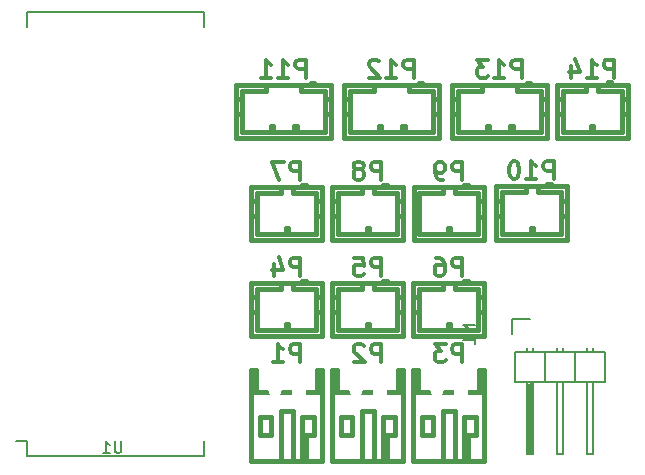
<source format=gbo>
G04 #@! TF.FileFunction,Legend,Bot*
%FSLAX46Y46*%
G04 Gerber Fmt 4.6, Leading zero omitted, Abs format (unit mm)*
G04 Created by KiCad (PCBNEW 4.0.1-stable) date 2016/05/21 17:47:10*
%MOMM*%
G01*
G04 APERTURE LIST*
%ADD10C,0.100000*%
%ADD11C,0.150000*%
%ADD12C,0.381000*%
%ADD13C,0.304800*%
%ADD14C,5.080000*%
%ADD15R,2.032000X1.727200*%
%ADD16O,2.032000X1.727200*%
%ADD17R,1.727200X2.032000*%
%ADD18O,1.727200X2.032000*%
%ADD19R,1.198880X1.699260*%
%ADD20O,1.198880X1.699260*%
%ADD21O,1.600000X1.600000*%
G04 APERTURE END LIST*
D10*
D11*
X140217560Y-78552520D02*
X141767560Y-78552520D01*
X140217560Y-79852520D02*
X140217560Y-78552520D01*
X141640560Y-84043520D02*
X141640560Y-89885520D01*
X141640560Y-89885520D02*
X141894560Y-89885520D01*
X141894560Y-89885520D02*
X141894560Y-84043520D01*
X141894560Y-84043520D02*
X141767560Y-84043520D01*
X141767560Y-84043520D02*
X141767560Y-89885520D01*
X141513560Y-81376520D02*
X141513560Y-80995520D01*
X142021560Y-81376520D02*
X142021560Y-80995520D01*
X144053560Y-81376520D02*
X144053560Y-80995520D01*
X144561560Y-81376520D02*
X144561560Y-80995520D01*
X146593560Y-81376520D02*
X146593560Y-80995520D01*
X147101560Y-81376520D02*
X147101560Y-80995520D01*
X143037560Y-83916520D02*
X140497560Y-83916520D01*
X142021560Y-90012520D02*
X142021560Y-83916520D01*
X141513560Y-90012520D02*
X142021560Y-90012520D01*
X141513560Y-83916520D02*
X141513560Y-90012520D01*
X143037560Y-81376520D02*
X143037560Y-83916520D01*
X140497560Y-81376520D02*
X143037560Y-81376520D01*
X140497560Y-81376520D02*
X140497560Y-83916520D01*
X145577560Y-81376520D02*
X145577560Y-83916520D01*
X145577560Y-81376520D02*
X148117560Y-81376520D01*
X146593560Y-83916520D02*
X146593560Y-90012520D01*
X146593560Y-90012520D02*
X147101560Y-90012520D01*
X147101560Y-90012520D02*
X147101560Y-83916520D01*
X148117560Y-83916520D02*
X145577560Y-83916520D01*
X145577560Y-83916520D02*
X143037560Y-83916520D01*
X144561560Y-90012520D02*
X144561560Y-83916520D01*
X144053560Y-90012520D02*
X144561560Y-90012520D01*
X144053560Y-83916520D02*
X144053560Y-90012520D01*
X145577560Y-81376520D02*
X145577560Y-83916520D01*
X143037560Y-81376520D02*
X145577560Y-81376520D01*
X143037560Y-81376520D02*
X143037560Y-83916520D01*
X148117560Y-81376520D02*
X148117560Y-83916520D01*
D12*
X122458480Y-88427560D02*
X122458480Y-90627200D01*
X122458480Y-90627200D02*
X122758200Y-90627200D01*
X122758200Y-90627200D02*
X122758200Y-88427560D01*
X120657620Y-86326980D02*
X120657620Y-90627200D01*
X121658380Y-86326980D02*
X121658380Y-90627200D01*
X120657620Y-86326980D02*
X121658380Y-86326980D01*
X119860060Y-88427560D02*
X119860060Y-86827360D01*
X118859300Y-88427560D02*
X119860060Y-88427560D01*
X118859300Y-86827360D02*
X118859300Y-88427560D01*
X119860060Y-86827360D02*
X118859300Y-86827360D01*
X123459240Y-86827360D02*
X122458480Y-86827360D01*
X122458480Y-86827360D02*
X122458480Y-88427560D01*
X122458480Y-88427560D02*
X123459240Y-88427560D01*
X123459240Y-88427560D02*
X123459240Y-86827360D01*
X118158260Y-84726780D02*
X124157740Y-84726780D01*
X118358920Y-82928460D02*
X118358920Y-84726780D01*
X123957080Y-82928460D02*
X123957080Y-84726780D01*
X124157740Y-90627200D02*
X118158260Y-90627200D01*
X118158260Y-90627200D02*
X118158260Y-82928460D01*
X118158260Y-82928460D02*
X118557040Y-82928460D01*
X118557040Y-82928460D02*
X118557040Y-84726780D01*
X123758960Y-84726780D02*
X123758960Y-82928460D01*
X123758960Y-82928460D02*
X124157740Y-82928460D01*
X124157740Y-82928460D02*
X124157740Y-90627200D01*
X129316480Y-88427560D02*
X129316480Y-90627200D01*
X129316480Y-90627200D02*
X129616200Y-90627200D01*
X129616200Y-90627200D02*
X129616200Y-88427560D01*
X127515620Y-86326980D02*
X127515620Y-90627200D01*
X128516380Y-86326980D02*
X128516380Y-90627200D01*
X127515620Y-86326980D02*
X128516380Y-86326980D01*
X126718060Y-88427560D02*
X126718060Y-86827360D01*
X125717300Y-88427560D02*
X126718060Y-88427560D01*
X125717300Y-86827360D02*
X125717300Y-88427560D01*
X126718060Y-86827360D02*
X125717300Y-86827360D01*
X130317240Y-86827360D02*
X129316480Y-86827360D01*
X129316480Y-86827360D02*
X129316480Y-88427560D01*
X129316480Y-88427560D02*
X130317240Y-88427560D01*
X130317240Y-88427560D02*
X130317240Y-86827360D01*
X125016260Y-84726780D02*
X131015740Y-84726780D01*
X125216920Y-82928460D02*
X125216920Y-84726780D01*
X130815080Y-82928460D02*
X130815080Y-84726780D01*
X131015740Y-90627200D02*
X125016260Y-90627200D01*
X125016260Y-90627200D02*
X125016260Y-82928460D01*
X125016260Y-82928460D02*
X125415040Y-82928460D01*
X125415040Y-82928460D02*
X125415040Y-84726780D01*
X130616960Y-84726780D02*
X130616960Y-82928460D01*
X130616960Y-82928460D02*
X131015740Y-82928460D01*
X131015740Y-82928460D02*
X131015740Y-90627200D01*
X136174480Y-88427560D02*
X136174480Y-90627200D01*
X136174480Y-90627200D02*
X136474200Y-90627200D01*
X136474200Y-90627200D02*
X136474200Y-88427560D01*
X134373620Y-86326980D02*
X134373620Y-90627200D01*
X135374380Y-86326980D02*
X135374380Y-90627200D01*
X134373620Y-86326980D02*
X135374380Y-86326980D01*
X133576060Y-88427560D02*
X133576060Y-86827360D01*
X132575300Y-88427560D02*
X133576060Y-88427560D01*
X132575300Y-86827360D02*
X132575300Y-88427560D01*
X133576060Y-86827360D02*
X132575300Y-86827360D01*
X137175240Y-86827360D02*
X136174480Y-86827360D01*
X136174480Y-86827360D02*
X136174480Y-88427560D01*
X136174480Y-88427560D02*
X137175240Y-88427560D01*
X137175240Y-88427560D02*
X137175240Y-86827360D01*
X131874260Y-84726780D02*
X137873740Y-84726780D01*
X132074920Y-82928460D02*
X132074920Y-84726780D01*
X137673080Y-82928460D02*
X137673080Y-84726780D01*
X137873740Y-90627200D02*
X131874260Y-90627200D01*
X131874260Y-90627200D02*
X131874260Y-82928460D01*
X131874260Y-82928460D02*
X132273040Y-82928460D01*
X132273040Y-82928460D02*
X132273040Y-84726780D01*
X137474960Y-84726780D02*
X137474960Y-82928460D01*
X137474960Y-82928460D02*
X137873740Y-82928460D01*
X137873740Y-82928460D02*
X137873740Y-90627200D01*
D11*
X99195000Y-90179000D02*
X99195000Y-88909000D01*
X114165000Y-90179000D02*
X114165000Y-88909000D01*
X114165000Y-52569000D02*
X114165000Y-53839000D01*
X99195000Y-52569000D02*
X99195000Y-53839000D01*
X99195000Y-90179000D02*
X114165000Y-90179000D01*
X99195000Y-52569000D02*
X114165000Y-52569000D01*
X99195000Y-88909000D02*
X98260000Y-88909000D01*
D12*
X121257060Y-79517240D02*
X121257060Y-79016860D01*
X121257060Y-79016860D02*
X121058940Y-79016860D01*
X121058940Y-79016860D02*
X121058940Y-79517240D01*
X118158260Y-76715620D02*
X118658640Y-76715620D01*
X118658640Y-78016100D02*
X118158260Y-78016100D01*
X123657360Y-78016100D02*
X124157740Y-78016100D01*
X123657360Y-76715620D02*
X124157740Y-76715620D01*
X121658380Y-75516740D02*
X121658380Y-76017120D01*
X121658380Y-76017120D02*
X123657360Y-76017120D01*
X123657360Y-76017120D02*
X123657360Y-79517240D01*
X123657360Y-79517240D02*
X118658640Y-79517240D01*
X118658640Y-79517240D02*
X118658640Y-76017120D01*
X118658640Y-76017120D02*
X120657620Y-76017120D01*
X120657620Y-76017120D02*
X120657620Y-75516740D01*
X124157740Y-75516740D02*
X124157740Y-80015080D01*
X118158260Y-75516740D02*
X118158260Y-80015080D01*
X122458480Y-75516740D02*
X122458480Y-75316080D01*
X122458480Y-75316080D02*
X122758200Y-75316080D01*
X122758200Y-75316080D02*
X122758200Y-75516740D01*
X118158260Y-75516740D02*
X124157740Y-75516740D01*
X124157740Y-80015080D02*
X118158260Y-80015080D01*
X128115060Y-79517240D02*
X128115060Y-79016860D01*
X128115060Y-79016860D02*
X127916940Y-79016860D01*
X127916940Y-79016860D02*
X127916940Y-79517240D01*
X125016260Y-76715620D02*
X125516640Y-76715620D01*
X125516640Y-78016100D02*
X125016260Y-78016100D01*
X130515360Y-78016100D02*
X131015740Y-78016100D01*
X130515360Y-76715620D02*
X131015740Y-76715620D01*
X128516380Y-75516740D02*
X128516380Y-76017120D01*
X128516380Y-76017120D02*
X130515360Y-76017120D01*
X130515360Y-76017120D02*
X130515360Y-79517240D01*
X130515360Y-79517240D02*
X125516640Y-79517240D01*
X125516640Y-79517240D02*
X125516640Y-76017120D01*
X125516640Y-76017120D02*
X127515620Y-76017120D01*
X127515620Y-76017120D02*
X127515620Y-75516740D01*
X131015740Y-75516740D02*
X131015740Y-80015080D01*
X125016260Y-75516740D02*
X125016260Y-80015080D01*
X129316480Y-75516740D02*
X129316480Y-75316080D01*
X129316480Y-75316080D02*
X129616200Y-75316080D01*
X129616200Y-75316080D02*
X129616200Y-75516740D01*
X125016260Y-75516740D02*
X131015740Y-75516740D01*
X131015740Y-80015080D02*
X125016260Y-80015080D01*
X134973060Y-79517240D02*
X134973060Y-79016860D01*
X134973060Y-79016860D02*
X134774940Y-79016860D01*
X134774940Y-79016860D02*
X134774940Y-79517240D01*
X131874260Y-76715620D02*
X132374640Y-76715620D01*
X132374640Y-78016100D02*
X131874260Y-78016100D01*
X137373360Y-78016100D02*
X137873740Y-78016100D01*
X137373360Y-76715620D02*
X137873740Y-76715620D01*
X135374380Y-75516740D02*
X135374380Y-76017120D01*
X135374380Y-76017120D02*
X137373360Y-76017120D01*
X137373360Y-76017120D02*
X137373360Y-79517240D01*
X137373360Y-79517240D02*
X132374640Y-79517240D01*
X132374640Y-79517240D02*
X132374640Y-76017120D01*
X132374640Y-76017120D02*
X134373620Y-76017120D01*
X134373620Y-76017120D02*
X134373620Y-75516740D01*
X137873740Y-75516740D02*
X137873740Y-80015080D01*
X131874260Y-75516740D02*
X131874260Y-80015080D01*
X136174480Y-75516740D02*
X136174480Y-75316080D01*
X136174480Y-75316080D02*
X136474200Y-75316080D01*
X136474200Y-75316080D02*
X136474200Y-75516740D01*
X131874260Y-75516740D02*
X137873740Y-75516740D01*
X137873740Y-80015080D02*
X131874260Y-80015080D01*
X121257060Y-71389240D02*
X121257060Y-70888860D01*
X121257060Y-70888860D02*
X121058940Y-70888860D01*
X121058940Y-70888860D02*
X121058940Y-71389240D01*
X118158260Y-68587620D02*
X118658640Y-68587620D01*
X118658640Y-69888100D02*
X118158260Y-69888100D01*
X123657360Y-69888100D02*
X124157740Y-69888100D01*
X123657360Y-68587620D02*
X124157740Y-68587620D01*
X121658380Y-67388740D02*
X121658380Y-67889120D01*
X121658380Y-67889120D02*
X123657360Y-67889120D01*
X123657360Y-67889120D02*
X123657360Y-71389240D01*
X123657360Y-71389240D02*
X118658640Y-71389240D01*
X118658640Y-71389240D02*
X118658640Y-67889120D01*
X118658640Y-67889120D02*
X120657620Y-67889120D01*
X120657620Y-67889120D02*
X120657620Y-67388740D01*
X124157740Y-67388740D02*
X124157740Y-71887080D01*
X118158260Y-67388740D02*
X118158260Y-71887080D01*
X122458480Y-67388740D02*
X122458480Y-67188080D01*
X122458480Y-67188080D02*
X122758200Y-67188080D01*
X122758200Y-67188080D02*
X122758200Y-67388740D01*
X118158260Y-67388740D02*
X124157740Y-67388740D01*
X124157740Y-71887080D02*
X118158260Y-71887080D01*
X128115060Y-71389240D02*
X128115060Y-70888860D01*
X128115060Y-70888860D02*
X127916940Y-70888860D01*
X127916940Y-70888860D02*
X127916940Y-71389240D01*
X125016260Y-68587620D02*
X125516640Y-68587620D01*
X125516640Y-69888100D02*
X125016260Y-69888100D01*
X130515360Y-69888100D02*
X131015740Y-69888100D01*
X130515360Y-68587620D02*
X131015740Y-68587620D01*
X128516380Y-67388740D02*
X128516380Y-67889120D01*
X128516380Y-67889120D02*
X130515360Y-67889120D01*
X130515360Y-67889120D02*
X130515360Y-71389240D01*
X130515360Y-71389240D02*
X125516640Y-71389240D01*
X125516640Y-71389240D02*
X125516640Y-67889120D01*
X125516640Y-67889120D02*
X127515620Y-67889120D01*
X127515620Y-67889120D02*
X127515620Y-67388740D01*
X131015740Y-67388740D02*
X131015740Y-71887080D01*
X125016260Y-67388740D02*
X125016260Y-71887080D01*
X129316480Y-67388740D02*
X129316480Y-67188080D01*
X129316480Y-67188080D02*
X129616200Y-67188080D01*
X129616200Y-67188080D02*
X129616200Y-67388740D01*
X125016260Y-67388740D02*
X131015740Y-67388740D01*
X131015740Y-71887080D02*
X125016260Y-71887080D01*
X134993380Y-71396860D02*
X134993380Y-70896480D01*
X134993380Y-70896480D02*
X134795260Y-70896480D01*
X134795260Y-70896480D02*
X134795260Y-71396860D01*
X131894580Y-68595240D02*
X132394960Y-68595240D01*
X132394960Y-69895720D02*
X131894580Y-69895720D01*
X137393680Y-69895720D02*
X137894060Y-69895720D01*
X137393680Y-68595240D02*
X137894060Y-68595240D01*
X135394700Y-67396360D02*
X135394700Y-67896740D01*
X135394700Y-67896740D02*
X137393680Y-67896740D01*
X137393680Y-67896740D02*
X137393680Y-71396860D01*
X137393680Y-71396860D02*
X132394960Y-71396860D01*
X132394960Y-71396860D02*
X132394960Y-67896740D01*
X132394960Y-67896740D02*
X134393940Y-67896740D01*
X134393940Y-67896740D02*
X134393940Y-67396360D01*
X137894060Y-67396360D02*
X137894060Y-71894700D01*
X131894580Y-67396360D02*
X131894580Y-71894700D01*
X136194800Y-67396360D02*
X136194800Y-67195700D01*
X136194800Y-67195700D02*
X136494520Y-67195700D01*
X136494520Y-67195700D02*
X136494520Y-67396360D01*
X131894580Y-67396360D02*
X137894060Y-67396360D01*
X137894060Y-71894700D02*
X131894580Y-71894700D01*
X142006320Y-71340980D02*
X142006320Y-70840600D01*
X142006320Y-70840600D02*
X141808200Y-70840600D01*
X141808200Y-70840600D02*
X141808200Y-71340980D01*
X138907520Y-68539360D02*
X139407900Y-68539360D01*
X139407900Y-69839840D02*
X138907520Y-69839840D01*
X144406620Y-69839840D02*
X144907000Y-69839840D01*
X144406620Y-68539360D02*
X144907000Y-68539360D01*
X142407640Y-67340480D02*
X142407640Y-67840860D01*
X142407640Y-67840860D02*
X144406620Y-67840860D01*
X144406620Y-67840860D02*
X144406620Y-71340980D01*
X144406620Y-71340980D02*
X139407900Y-71340980D01*
X139407900Y-71340980D02*
X139407900Y-67840860D01*
X139407900Y-67840860D02*
X141406880Y-67840860D01*
X141406880Y-67840860D02*
X141406880Y-67340480D01*
X144907000Y-67340480D02*
X144907000Y-71838820D01*
X138907520Y-67340480D02*
X138907520Y-71838820D01*
X143207740Y-67340480D02*
X143207740Y-67139820D01*
X143207740Y-67139820D02*
X143507460Y-67139820D01*
X143507460Y-67139820D02*
X143507460Y-67340480D01*
X138907520Y-67340480D02*
X144907000Y-67340480D01*
X144907000Y-71838820D02*
X138907520Y-71838820D01*
X124904500Y-58752740D02*
X116903500Y-58752740D01*
X117403880Y-62753240D02*
X124404120Y-62753240D01*
X124904500Y-63251080D02*
X116903500Y-63251080D01*
X121805700Y-62252860D02*
X121805700Y-62753240D01*
X122003820Y-62252860D02*
X121805700Y-62252860D01*
X122003820Y-62753240D02*
X122003820Y-62252860D01*
X120004840Y-62753240D02*
X120004840Y-62252860D01*
X120004840Y-62252860D02*
X119806720Y-62252860D01*
X119806720Y-62252860D02*
X119806720Y-62753240D01*
X116903500Y-59951620D02*
X117403880Y-59951620D01*
X117403880Y-61252100D02*
X116903500Y-61252100D01*
X124404120Y-61252100D02*
X124904500Y-61252100D01*
X124404120Y-59951620D02*
X124904500Y-59951620D01*
X122405140Y-58752740D02*
X122405140Y-59253120D01*
X122405140Y-59253120D02*
X124404120Y-59253120D01*
X124404120Y-59253120D02*
X124404120Y-62753240D01*
X117403880Y-62753240D02*
X117403880Y-59253120D01*
X117403880Y-59253120D02*
X119402860Y-59253120D01*
X119402860Y-59253120D02*
X119402860Y-58752740D01*
X124904500Y-58752740D02*
X124904500Y-63251080D01*
X116903500Y-58752740D02*
X116903500Y-63251080D01*
X123205240Y-58752740D02*
X123205240Y-58552080D01*
X123205240Y-58552080D02*
X123504960Y-58552080D01*
X123504960Y-58552080D02*
X123504960Y-58752740D01*
X134048500Y-58752740D02*
X126047500Y-58752740D01*
X126547880Y-62753240D02*
X133548120Y-62753240D01*
X134048500Y-63251080D02*
X126047500Y-63251080D01*
X130949700Y-62252860D02*
X130949700Y-62753240D01*
X131147820Y-62252860D02*
X130949700Y-62252860D01*
X131147820Y-62753240D02*
X131147820Y-62252860D01*
X129148840Y-62753240D02*
X129148840Y-62252860D01*
X129148840Y-62252860D02*
X128950720Y-62252860D01*
X128950720Y-62252860D02*
X128950720Y-62753240D01*
X126047500Y-59951620D02*
X126547880Y-59951620D01*
X126547880Y-61252100D02*
X126047500Y-61252100D01*
X133548120Y-61252100D02*
X134048500Y-61252100D01*
X133548120Y-59951620D02*
X134048500Y-59951620D01*
X131549140Y-58752740D02*
X131549140Y-59253120D01*
X131549140Y-59253120D02*
X133548120Y-59253120D01*
X133548120Y-59253120D02*
X133548120Y-62753240D01*
X126547880Y-62753240D02*
X126547880Y-59253120D01*
X126547880Y-59253120D02*
X128546860Y-59253120D01*
X128546860Y-59253120D02*
X128546860Y-58752740D01*
X134048500Y-58752740D02*
X134048500Y-63251080D01*
X126047500Y-58752740D02*
X126047500Y-63251080D01*
X132349240Y-58752740D02*
X132349240Y-58552080D01*
X132349240Y-58552080D02*
X132648960Y-58552080D01*
X132648960Y-58552080D02*
X132648960Y-58752740D01*
X143192500Y-58752740D02*
X135191500Y-58752740D01*
X135691880Y-62753240D02*
X142692120Y-62753240D01*
X143192500Y-63251080D02*
X135191500Y-63251080D01*
X140093700Y-62252860D02*
X140093700Y-62753240D01*
X140291820Y-62252860D02*
X140093700Y-62252860D01*
X140291820Y-62753240D02*
X140291820Y-62252860D01*
X138292840Y-62753240D02*
X138292840Y-62252860D01*
X138292840Y-62252860D02*
X138094720Y-62252860D01*
X138094720Y-62252860D02*
X138094720Y-62753240D01*
X135191500Y-59951620D02*
X135691880Y-59951620D01*
X135691880Y-61252100D02*
X135191500Y-61252100D01*
X142692120Y-61252100D02*
X143192500Y-61252100D01*
X142692120Y-59951620D02*
X143192500Y-59951620D01*
X140693140Y-58752740D02*
X140693140Y-59253120D01*
X140693140Y-59253120D02*
X142692120Y-59253120D01*
X142692120Y-59253120D02*
X142692120Y-62753240D01*
X135691880Y-62753240D02*
X135691880Y-59253120D01*
X135691880Y-59253120D02*
X137690860Y-59253120D01*
X137690860Y-59253120D02*
X137690860Y-58752740D01*
X143192500Y-58752740D02*
X143192500Y-63251080D01*
X135191500Y-58752740D02*
X135191500Y-63251080D01*
X141493240Y-58752740D02*
X141493240Y-58552080D01*
X141493240Y-58552080D02*
X141792960Y-58552080D01*
X141792960Y-58552080D02*
X141792960Y-58752740D01*
X147119340Y-62743080D02*
X147119340Y-62242700D01*
X147119340Y-62242700D02*
X146921220Y-62242700D01*
X146921220Y-62242700D02*
X146921220Y-62743080D01*
X144020540Y-59941460D02*
X144520920Y-59941460D01*
X144520920Y-61241940D02*
X144020540Y-61241940D01*
X149519640Y-61241940D02*
X150020020Y-61241940D01*
X149519640Y-59941460D02*
X150020020Y-59941460D01*
X147520660Y-58742580D02*
X147520660Y-59242960D01*
X147520660Y-59242960D02*
X149519640Y-59242960D01*
X149519640Y-59242960D02*
X149519640Y-62743080D01*
X149519640Y-62743080D02*
X144520920Y-62743080D01*
X144520920Y-62743080D02*
X144520920Y-59242960D01*
X144520920Y-59242960D02*
X146519900Y-59242960D01*
X146519900Y-59242960D02*
X146519900Y-58742580D01*
X150020020Y-58742580D02*
X150020020Y-63240920D01*
X144020540Y-58742580D02*
X144020540Y-63240920D01*
X148320760Y-58742580D02*
X148320760Y-58541920D01*
X148320760Y-58541920D02*
X148620480Y-58541920D01*
X148620480Y-58541920D02*
X148620480Y-58742580D01*
X144020540Y-58742580D02*
X150020020Y-58742580D01*
X150020020Y-63240920D02*
X144020540Y-63240920D01*
D11*
X137119941Y-79090615D02*
X136119941Y-79090615D01*
X137119941Y-79662044D01*
X136119941Y-79662044D01*
X137119941Y-80662044D02*
X137119941Y-80090615D01*
X137119941Y-80376329D02*
X136119941Y-80376329D01*
X136262798Y-80281091D01*
X136358036Y-80185853D01*
X136405655Y-80090615D01*
D13*
X122282857Y-82218349D02*
X122282857Y-80694349D01*
X121702285Y-80694349D01*
X121557143Y-80766920D01*
X121484571Y-80839491D01*
X121412000Y-80984634D01*
X121412000Y-81202349D01*
X121484571Y-81347491D01*
X121557143Y-81420063D01*
X121702285Y-81492634D01*
X122282857Y-81492634D01*
X119960571Y-82218349D02*
X120831428Y-82218349D01*
X120396000Y-82218349D02*
X120396000Y-80694349D01*
X120541143Y-80912063D01*
X120686285Y-81057206D01*
X120831428Y-81129777D01*
X129140857Y-82218349D02*
X129140857Y-80694349D01*
X128560285Y-80694349D01*
X128415143Y-80766920D01*
X128342571Y-80839491D01*
X128270000Y-80984634D01*
X128270000Y-81202349D01*
X128342571Y-81347491D01*
X128415143Y-81420063D01*
X128560285Y-81492634D01*
X129140857Y-81492634D01*
X127689428Y-80839491D02*
X127616857Y-80766920D01*
X127471714Y-80694349D01*
X127108857Y-80694349D01*
X126963714Y-80766920D01*
X126891143Y-80839491D01*
X126818571Y-80984634D01*
X126818571Y-81129777D01*
X126891143Y-81347491D01*
X127762000Y-82218349D01*
X126818571Y-82218349D01*
X135998857Y-82218349D02*
X135998857Y-80694349D01*
X135418285Y-80694349D01*
X135273143Y-80766920D01*
X135200571Y-80839491D01*
X135128000Y-80984634D01*
X135128000Y-81202349D01*
X135200571Y-81347491D01*
X135273143Y-81420063D01*
X135418285Y-81492634D01*
X135998857Y-81492634D01*
X134620000Y-80694349D02*
X133676571Y-80694349D01*
X134184571Y-81274920D01*
X133966857Y-81274920D01*
X133821714Y-81347491D01*
X133749143Y-81420063D01*
X133676571Y-81565206D01*
X133676571Y-81928063D01*
X133749143Y-82073206D01*
X133821714Y-82145777D01*
X133966857Y-82218349D01*
X134402285Y-82218349D01*
X134547428Y-82145777D01*
X134620000Y-82073206D01*
D11*
X107162505Y-88911181D02*
X107162505Y-89720705D01*
X107114886Y-89815943D01*
X107067267Y-89863562D01*
X106972029Y-89911181D01*
X106781552Y-89911181D01*
X106686314Y-89863562D01*
X106638695Y-89815943D01*
X106591076Y-89720705D01*
X106591076Y-88911181D01*
X105591076Y-89911181D02*
X106162505Y-89911181D01*
X105876791Y-89911181D02*
X105876791Y-88911181D01*
X105972029Y-89054038D01*
X106067267Y-89149276D01*
X106162505Y-89196895D01*
D13*
X122282857Y-74905689D02*
X122282857Y-73381689D01*
X121702285Y-73381689D01*
X121557143Y-73454260D01*
X121484571Y-73526831D01*
X121412000Y-73671974D01*
X121412000Y-73889689D01*
X121484571Y-74034831D01*
X121557143Y-74107403D01*
X121702285Y-74179974D01*
X122282857Y-74179974D01*
X120105714Y-73889689D02*
X120105714Y-74905689D01*
X120468571Y-73309117D02*
X120831428Y-74397689D01*
X119888000Y-74397689D01*
X129140857Y-74905689D02*
X129140857Y-73381689D01*
X128560285Y-73381689D01*
X128415143Y-73454260D01*
X128342571Y-73526831D01*
X128270000Y-73671974D01*
X128270000Y-73889689D01*
X128342571Y-74034831D01*
X128415143Y-74107403D01*
X128560285Y-74179974D01*
X129140857Y-74179974D01*
X126891143Y-73381689D02*
X127616857Y-73381689D01*
X127689428Y-74107403D01*
X127616857Y-74034831D01*
X127471714Y-73962260D01*
X127108857Y-73962260D01*
X126963714Y-74034831D01*
X126891143Y-74107403D01*
X126818571Y-74252546D01*
X126818571Y-74615403D01*
X126891143Y-74760546D01*
X126963714Y-74833117D01*
X127108857Y-74905689D01*
X127471714Y-74905689D01*
X127616857Y-74833117D01*
X127689428Y-74760546D01*
X135998857Y-74905689D02*
X135998857Y-73381689D01*
X135418285Y-73381689D01*
X135273143Y-73454260D01*
X135200571Y-73526831D01*
X135128000Y-73671974D01*
X135128000Y-73889689D01*
X135200571Y-74034831D01*
X135273143Y-74107403D01*
X135418285Y-74179974D01*
X135998857Y-74179974D01*
X133821714Y-73381689D02*
X134112000Y-73381689D01*
X134257143Y-73454260D01*
X134329714Y-73526831D01*
X134474857Y-73744546D01*
X134547428Y-74034831D01*
X134547428Y-74615403D01*
X134474857Y-74760546D01*
X134402285Y-74833117D01*
X134257143Y-74905689D01*
X133966857Y-74905689D01*
X133821714Y-74833117D01*
X133749143Y-74760546D01*
X133676571Y-74615403D01*
X133676571Y-74252546D01*
X133749143Y-74107403D01*
X133821714Y-74034831D01*
X133966857Y-73962260D01*
X134257143Y-73962260D01*
X134402285Y-74034831D01*
X134474857Y-74107403D01*
X134547428Y-74252546D01*
X122282857Y-66777689D02*
X122282857Y-65253689D01*
X121702285Y-65253689D01*
X121557143Y-65326260D01*
X121484571Y-65398831D01*
X121412000Y-65543974D01*
X121412000Y-65761689D01*
X121484571Y-65906831D01*
X121557143Y-65979403D01*
X121702285Y-66051974D01*
X122282857Y-66051974D01*
X120904000Y-65253689D02*
X119888000Y-65253689D01*
X120541143Y-66777689D01*
X129140857Y-66777689D02*
X129140857Y-65253689D01*
X128560285Y-65253689D01*
X128415143Y-65326260D01*
X128342571Y-65398831D01*
X128270000Y-65543974D01*
X128270000Y-65761689D01*
X128342571Y-65906831D01*
X128415143Y-65979403D01*
X128560285Y-66051974D01*
X129140857Y-66051974D01*
X127399143Y-65906831D02*
X127544285Y-65834260D01*
X127616857Y-65761689D01*
X127689428Y-65616546D01*
X127689428Y-65543974D01*
X127616857Y-65398831D01*
X127544285Y-65326260D01*
X127399143Y-65253689D01*
X127108857Y-65253689D01*
X126963714Y-65326260D01*
X126891143Y-65398831D01*
X126818571Y-65543974D01*
X126818571Y-65616546D01*
X126891143Y-65761689D01*
X126963714Y-65834260D01*
X127108857Y-65906831D01*
X127399143Y-65906831D01*
X127544285Y-65979403D01*
X127616857Y-66051974D01*
X127689428Y-66197117D01*
X127689428Y-66487403D01*
X127616857Y-66632546D01*
X127544285Y-66705117D01*
X127399143Y-66777689D01*
X127108857Y-66777689D01*
X126963714Y-66705117D01*
X126891143Y-66632546D01*
X126818571Y-66487403D01*
X126818571Y-66197117D01*
X126891143Y-66051974D01*
X126963714Y-65979403D01*
X127108857Y-65906831D01*
X136019177Y-66785309D02*
X136019177Y-65261309D01*
X135438605Y-65261309D01*
X135293463Y-65333880D01*
X135220891Y-65406451D01*
X135148320Y-65551594D01*
X135148320Y-65769309D01*
X135220891Y-65914451D01*
X135293463Y-65987023D01*
X135438605Y-66059594D01*
X136019177Y-66059594D01*
X134422605Y-66785309D02*
X134132320Y-66785309D01*
X133987177Y-66712737D01*
X133914605Y-66640166D01*
X133769463Y-66422451D01*
X133696891Y-66132166D01*
X133696891Y-65551594D01*
X133769463Y-65406451D01*
X133842034Y-65333880D01*
X133987177Y-65261309D01*
X134277463Y-65261309D01*
X134422605Y-65333880D01*
X134495177Y-65406451D01*
X134567748Y-65551594D01*
X134567748Y-65914451D01*
X134495177Y-66059594D01*
X134422605Y-66132166D01*
X134277463Y-66204737D01*
X133987177Y-66204737D01*
X133842034Y-66132166D01*
X133769463Y-66059594D01*
X133696891Y-65914451D01*
X143757832Y-66729429D02*
X143757832Y-65205429D01*
X143177260Y-65205429D01*
X143032118Y-65278000D01*
X142959546Y-65350571D01*
X142886975Y-65495714D01*
X142886975Y-65713429D01*
X142959546Y-65858571D01*
X143032118Y-65931143D01*
X143177260Y-66003714D01*
X143757832Y-66003714D01*
X141435546Y-66729429D02*
X142306403Y-66729429D01*
X141870975Y-66729429D02*
X141870975Y-65205429D01*
X142016118Y-65423143D01*
X142161260Y-65568286D01*
X142306403Y-65640857D01*
X140492117Y-65205429D02*
X140346974Y-65205429D01*
X140201831Y-65278000D01*
X140129260Y-65350571D01*
X140056689Y-65495714D01*
X139984117Y-65786000D01*
X139984117Y-66148857D01*
X140056689Y-66439143D01*
X140129260Y-66584286D01*
X140201831Y-66656857D01*
X140346974Y-66729429D01*
X140492117Y-66729429D01*
X140637260Y-66656857D01*
X140709831Y-66584286D01*
X140782403Y-66439143D01*
X140854974Y-66148857D01*
X140854974Y-65786000D01*
X140782403Y-65495714D01*
X140709831Y-65350571D01*
X140637260Y-65278000D01*
X140492117Y-65205429D01*
X122754572Y-58141689D02*
X122754572Y-56617689D01*
X122174000Y-56617689D01*
X122028858Y-56690260D01*
X121956286Y-56762831D01*
X121883715Y-56907974D01*
X121883715Y-57125689D01*
X121956286Y-57270831D01*
X122028858Y-57343403D01*
X122174000Y-57415974D01*
X122754572Y-57415974D01*
X120432286Y-58141689D02*
X121303143Y-58141689D01*
X120867715Y-58141689D02*
X120867715Y-56617689D01*
X121012858Y-56835403D01*
X121158000Y-56980546D01*
X121303143Y-57053117D01*
X118980857Y-58141689D02*
X119851714Y-58141689D01*
X119416286Y-58141689D02*
X119416286Y-56617689D01*
X119561429Y-56835403D01*
X119706571Y-56980546D01*
X119851714Y-57053117D01*
X131898572Y-58141689D02*
X131898572Y-56617689D01*
X131318000Y-56617689D01*
X131172858Y-56690260D01*
X131100286Y-56762831D01*
X131027715Y-56907974D01*
X131027715Y-57125689D01*
X131100286Y-57270831D01*
X131172858Y-57343403D01*
X131318000Y-57415974D01*
X131898572Y-57415974D01*
X129576286Y-58141689D02*
X130447143Y-58141689D01*
X130011715Y-58141689D02*
X130011715Y-56617689D01*
X130156858Y-56835403D01*
X130302000Y-56980546D01*
X130447143Y-57053117D01*
X128995714Y-56762831D02*
X128923143Y-56690260D01*
X128778000Y-56617689D01*
X128415143Y-56617689D01*
X128270000Y-56690260D01*
X128197429Y-56762831D01*
X128124857Y-56907974D01*
X128124857Y-57053117D01*
X128197429Y-57270831D01*
X129068286Y-58141689D01*
X128124857Y-58141689D01*
X141042572Y-58141689D02*
X141042572Y-56617689D01*
X140462000Y-56617689D01*
X140316858Y-56690260D01*
X140244286Y-56762831D01*
X140171715Y-56907974D01*
X140171715Y-57125689D01*
X140244286Y-57270831D01*
X140316858Y-57343403D01*
X140462000Y-57415974D01*
X141042572Y-57415974D01*
X138720286Y-58141689D02*
X139591143Y-58141689D01*
X139155715Y-58141689D02*
X139155715Y-56617689D01*
X139300858Y-56835403D01*
X139446000Y-56980546D01*
X139591143Y-57053117D01*
X138212286Y-56617689D02*
X137268857Y-56617689D01*
X137776857Y-57198260D01*
X137559143Y-57198260D01*
X137414000Y-57270831D01*
X137341429Y-57343403D01*
X137268857Y-57488546D01*
X137268857Y-57851403D01*
X137341429Y-57996546D01*
X137414000Y-58069117D01*
X137559143Y-58141689D01*
X137994571Y-58141689D01*
X138139714Y-58069117D01*
X138212286Y-57996546D01*
X148870852Y-58131529D02*
X148870852Y-56607529D01*
X148290280Y-56607529D01*
X148145138Y-56680100D01*
X148072566Y-56752671D01*
X147999995Y-56897814D01*
X147999995Y-57115529D01*
X148072566Y-57260671D01*
X148145138Y-57333243D01*
X148290280Y-57405814D01*
X148870852Y-57405814D01*
X146548566Y-58131529D02*
X147419423Y-58131529D01*
X146983995Y-58131529D02*
X146983995Y-56607529D01*
X147129138Y-56825243D01*
X147274280Y-56970386D01*
X147419423Y-57042957D01*
X145242280Y-57115529D02*
X145242280Y-58131529D01*
X145605137Y-56534957D02*
X145967994Y-57623529D01*
X145024566Y-57623529D01*
%LPC*%
D14*
X153301700Y-87896700D03*
X153301700Y-53797200D03*
D15*
X90678000Y-60686950D03*
D16*
X90678000Y-63226950D03*
X90678000Y-65766950D03*
X90678000Y-68306950D03*
X90678000Y-70846950D03*
X90678000Y-73386950D03*
X90678000Y-75926950D03*
X90678000Y-78466950D03*
X90678000Y-81006950D03*
D17*
X141767560Y-79852520D03*
D18*
X144307560Y-79852520D03*
X146847560Y-79852520D03*
D19*
X122158760Y-84328000D03*
D20*
X120157240Y-84328000D03*
D19*
X129016760Y-84328000D03*
D20*
X127015240Y-84328000D03*
D19*
X135874760Y-84328000D03*
D20*
X133873240Y-84328000D03*
D21*
X99060000Y-87884000D03*
X99060000Y-85344000D03*
X99060000Y-82804000D03*
X99060000Y-80264000D03*
X99060000Y-77724000D03*
X99060000Y-75184000D03*
X99060000Y-72644000D03*
X99060000Y-70104000D03*
X99060000Y-67564000D03*
X99060000Y-65024000D03*
X99060000Y-62484000D03*
X99060000Y-59944000D03*
X99060000Y-57404000D03*
X99060000Y-54864000D03*
X114300000Y-54864000D03*
X114300000Y-57404000D03*
X114300000Y-59944000D03*
X114300000Y-62484000D03*
X114300000Y-65024000D03*
X114300000Y-67564000D03*
X114300000Y-70104000D03*
X114300000Y-72644000D03*
X114300000Y-75184000D03*
X114300000Y-77724000D03*
X114300000Y-80264000D03*
X114300000Y-82804000D03*
X114300000Y-85344000D03*
X114300000Y-87884000D03*
D14*
X91897200Y-53797200D03*
X91897200Y-87896700D03*
D19*
X122158760Y-77216000D03*
D20*
X120157240Y-77216000D03*
D19*
X129016760Y-77216000D03*
D20*
X127015240Y-77216000D03*
D19*
X135874760Y-77216000D03*
D20*
X133873240Y-77216000D03*
D19*
X122158760Y-69088000D03*
D20*
X120157240Y-69088000D03*
D19*
X129016760Y-69088000D03*
D20*
X127015240Y-69088000D03*
D19*
X135895080Y-69095620D03*
D20*
X133893560Y-69095620D03*
D19*
X142908020Y-69039740D03*
D20*
X140906500Y-69039740D03*
D19*
X122905520Y-60452000D03*
D20*
X118902480Y-60452000D03*
X120904000Y-60452000D03*
D19*
X132049520Y-60452000D03*
D20*
X128046480Y-60452000D03*
X130048000Y-60452000D03*
D19*
X141193520Y-60452000D03*
D20*
X137190480Y-60452000D03*
X139192000Y-60452000D03*
D19*
X148021040Y-60441840D03*
D20*
X146019520Y-60441840D03*
D15*
X154520900Y-65766950D03*
D16*
X154520900Y-68306950D03*
X154520900Y-70846950D03*
X154520900Y-73386950D03*
X154520900Y-75926950D03*
M02*

</source>
